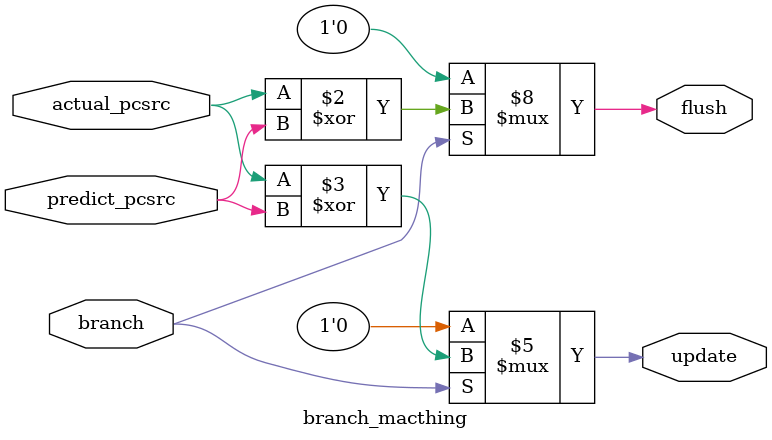
<source format=v>
`timescale 1ns / 1ps


module branch_macthing(
input actual_pcsrc,
input predict_pcsrc,
input branch,
output reg flush,
output reg update


    );
    
    always @(*)
      begin
        if(branch)
          begin
           flush=actual_pcsrc^predict_pcsrc;
          update=actual_pcsrc^predict_pcsrc;
          end
          
          else
           begin
           flush=0;
           update=0;
           
           end
      end
endmodule

</source>
